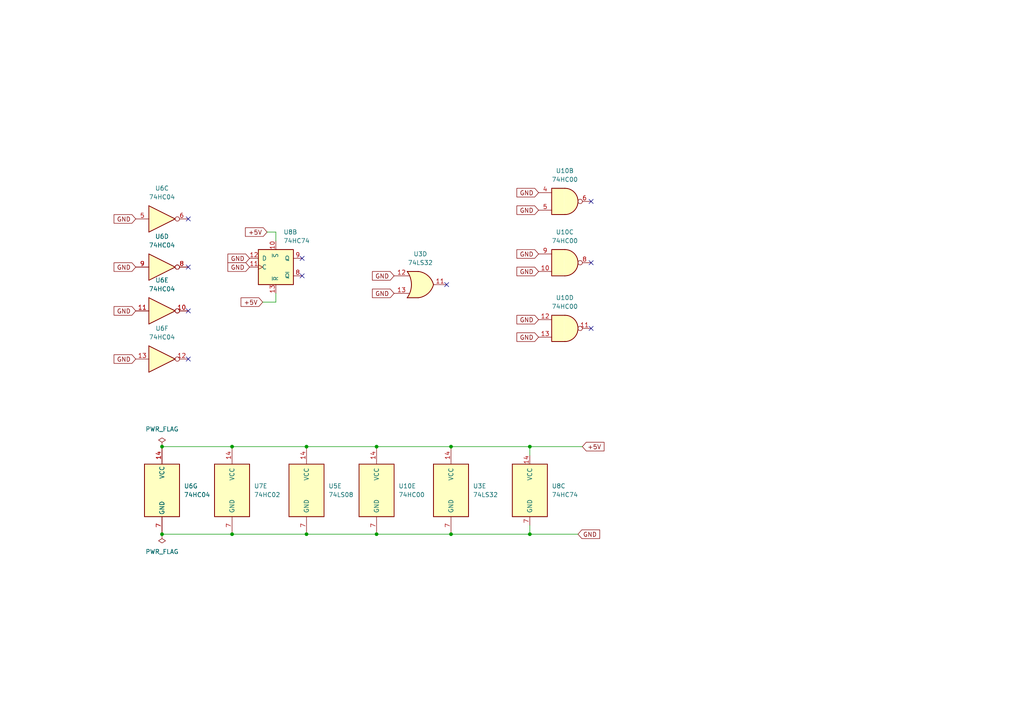
<source format=kicad_sch>
(kicad_sch (version 20231120) (generator "eeschema") (generator_version "8.0")
  (paper "A4")
  (title_block (title "Myth Microcontroller Project") (date "2024-09-21") (rev "1") (company "Picwok.com") (comment 1 "Project Contact: mim@ok-schalter.de (Michael)") (comment 2 "Author: Copyr. 2024 Michael Mangelsdorf/Dosflange@github") (comment 3 "Instruction Decoder Module") (comment 4 "Glue Logic/ Spare Units"))
  (lib_symbols
    (symbol "74xx:74HC00" (pin_names (offset 1.016))
      (property "Reference" "U" (at 0 1.27 0))
      (property "Value" "74HC00" (at 0 -1.27 0))
      (symbol "74HC00_1_1"
        (arc (start 0 -3.81) (mid 3.7934 0) (end 0 3.81) (stroke (width 0.254)) (fill (type background)))
        (polyline (pts (xy 0 3.81) (xy -3.81 3.81) (xy -3.81 -3.81) (xy 0 -3.81)) (stroke (width 0.254)) (fill (type background)))
        (pin input line (at -7.62 2.54 0) (length 3.81) (name "~") (number "1"))
        (pin input line (at -7.62 -2.54 0) (length 3.81) (name "~") (number "2"))
        (pin output inverted (at 7.62 0 180) (length 3.81) (name "~") (number "3"))
      )
      (symbol "74HC00_1_2"
        (arc (start -3.81 -3.81) (mid -2.589 0) (end -3.81 3.81) (stroke (width 0.254)))
        (arc (start -0.6096 -3.81) (mid 2.1842 -2.5851) (end 3.81 0) (stroke (width 0.254)) (fill (type background)))
        (polyline (pts (xy -3.81 -3.81) (xy -0.635 -3.81)) (stroke (width 0.254)) (fill (type background)))
        (polyline (pts (xy -3.81 3.81) (xy -0.635 3.81)) (stroke (width 0.254)) (fill (type background)))
        (polyline (pts (xy -0.635 3.81) (xy -3.81 3.81) (xy -3.81 3.81) (xy -3.556 3.4036) (xy -3.0226 2.2606) (xy -2.6924 1.0414) (xy -2.6162 -0.254) (xy -2.7686 -1.4986) (xy -3.175 -2.7178) (xy -3.81 -3.81) (xy -3.81 -3.81) (xy -0.635 -3.81)) (stroke (width -25.4)) (fill (type background)))
        (arc (start 3.81 0) (mid 2.1915 2.5936) (end -0.6096 3.81) (stroke (width 0.254)) (fill (type background)))
        (pin input inverted (at -7.62 2.54 0) (length 4.318) (name "~") (number "1"))
        (pin input inverted (at -7.62 -2.54 0) (length 4.318) (name "~") (number "2"))
        (pin output line (at 7.62 0 180) (length 3.81) (name "~") (number "3"))
      )
      (symbol "74HC00_2_1"
        (arc (start 0 -3.81) (mid 3.7934 0) (end 0 3.81) (stroke (width 0.254)) (fill (type background)))
        (polyline (pts (xy 0 3.81) (xy -3.81 3.81) (xy -3.81 -3.81) (xy 0 -3.81)) (stroke (width 0.254)) (fill (type background)))
        (pin input line (at -7.62 2.54 0) (length 3.81) (name "~") (number "4"))
        (pin input line (at -7.62 -2.54 0) (length 3.81) (name "~") (number "5"))
        (pin output inverted (at 7.62 0 180) (length 3.81) (name "~") (number "6"))
      )
      (symbol "74HC00_2_2"
        (arc (start -3.81 -3.81) (mid -2.589 0) (end -3.81 3.81) (stroke (width 0.254)))
        (arc (start -0.6096 -3.81) (mid 2.1842 -2.5851) (end 3.81 0) (stroke (width 0.254)) (fill (type background)))
        (polyline (pts (xy -3.81 -3.81) (xy -0.635 -3.81)) (stroke (width 0.254)) (fill (type background)))
        (polyline (pts (xy -3.81 3.81) (xy -0.635 3.81)) (stroke (width 0.254)) (fill (type background)))
        (polyline (pts (xy -0.635 3.81) (xy -3.81 3.81) (xy -3.81 3.81) (xy -3.556 3.4036) (xy -3.0226 2.2606) (xy -2.6924 1.0414) (xy -2.6162 -0.254) (xy -2.7686 -1.4986) (xy -3.175 -2.7178) (xy -3.81 -3.81) (xy -3.81 -3.81) (xy -0.635 -3.81)) (stroke (width -25.4)) (fill (type background)))
        (arc (start 3.81 0) (mid 2.1915 2.5936) (end -0.6096 3.81) (stroke (width 0.254)) (fill (type background)))
        (pin input inverted (at -7.62 2.54 0) (length 4.318) (name "~") (number "4"))
        (pin input inverted (at -7.62 -2.54 0) (length 4.318) (name "~") (number "5"))
        (pin output line (at 7.62 0 180) (length 3.81) (name "~") (number "6"))
      )
      (symbol "74HC00_3_1"
        (arc (start 0 -3.81) (mid 3.7934 0) (end 0 3.81) (stroke (width 0.254)) (fill (type background)))
        (polyline (pts (xy 0 3.81) (xy -3.81 3.81) (xy -3.81 -3.81) (xy 0 -3.81)) (stroke (width 0.254)) (fill (type background)))
        (pin input line (at -7.62 -2.54 0) (length 3.81) (name "~") (number "10"))
        (pin output inverted (at 7.62 0 180) (length 3.81) (name "~") (number "8"))
        (pin input line (at -7.62 2.54 0) (length 3.81) (name "~") (number "9"))
      )
      (symbol "74HC00_3_2"
        (arc (start -3.81 -3.81) (mid -2.589 0) (end -3.81 3.81) (stroke (width 0.254)))
        (arc (start -0.6096 -3.81) (mid 2.1842 -2.5851) (end 3.81 0) (stroke (width 0.254)) (fill (type background)))
        (polyline (pts (xy -3.81 -3.81) (xy -0.635 -3.81)) (stroke (width 0.254)) (fill (type background)))
        (polyline (pts (xy -3.81 3.81) (xy -0.635 3.81)) (stroke (width 0.254)) (fill (type background)))
        (polyline (pts (xy -0.635 3.81) (xy -3.81 3.81) (xy -3.81 3.81) (xy -3.556 3.4036) (xy -3.0226 2.2606) (xy -2.6924 1.0414) (xy -2.6162 -0.254) (xy -2.7686 -1.4986) (xy -3.175 -2.7178) (xy -3.81 -3.81) (xy -3.81 -3.81) (xy -0.635 -3.81)) (stroke (width -25.4)) (fill (type background)))
        (arc (start 3.81 0) (mid 2.1915 2.5936) (end -0.6096 3.81) (stroke (width 0.254)) (fill (type background)))
        (pin input inverted (at -7.62 -2.54 0) (length 4.318) (name "~") (number "10"))
        (pin output line (at 7.62 0 180) (length 3.81) (name "~") (number "8"))
        (pin input inverted (at -7.62 2.54 0) (length 4.318) (name "~") (number "9"))
      )
      (symbol "74HC00_4_1"
        (arc (start 0 -3.81) (mid 3.7934 0) (end 0 3.81) (stroke (width 0.254)) (fill (type background)))
        (polyline (pts (xy 0 3.81) (xy -3.81 3.81) (xy -3.81 -3.81) (xy 0 -3.81)) (stroke (width 0.254)) (fill (type background)))
        (pin output inverted (at 7.62 0 180) (length 3.81) (name "~") (number "11"))
        (pin input line (at -7.62 2.54 0) (length 3.81) (name "~") (number "12"))
        (pin input line (at -7.62 -2.54 0) (length 3.81) (name "~") (number "13"))
      )
      (symbol "74HC00_4_2"
        (arc (start -3.81 -3.81) (mid -2.589 0) (end -3.81 3.81) (stroke (width 0.254)))
        (arc (start -0.6096 -3.81) (mid 2.1842 -2.5851) (end 3.81 0) (stroke (width 0.254)) (fill (type background)))
        (polyline (pts (xy -3.81 -3.81) (xy -0.635 -3.81)) (stroke (width 0.254)) (fill (type background)))
        (polyline (pts (xy -3.81 3.81) (xy -0.635 3.81)) (stroke (width 0.254)) (fill (type background)))
        (polyline (pts (xy -0.635 3.81) (xy -3.81 3.81) (xy -3.81 3.81) (xy -3.556 3.4036) (xy -3.0226 2.2606) (xy -2.6924 1.0414) (xy -2.6162 -0.254) (xy -2.7686 -1.4986) (xy -3.175 -2.7178) (xy -3.81 -3.81) (xy -3.81 -3.81) (xy -0.635 -3.81)) (stroke (width -25.4)) (fill (type background)))
        (arc (start 3.81 0) (mid 2.1915 2.5936) (end -0.6096 3.81) (stroke (width 0.254)) (fill (type background)))
        (pin output line (at 7.62 0 180) (length 3.81) (name "~") (number "11"))
        (pin input inverted (at -7.62 2.54 0) (length 4.318) (name "~") (number "12"))
        (pin input inverted (at -7.62 -2.54 0) (length 4.318) (name "~") (number "13"))
      )
      (symbol "74HC00_5_0"
        (pin power_in line (at 0 12.7 270) (length 5.08) (name "VCC") (number "14"))
        (pin power_in line (at 0 -12.7 90) (length 5.08) (name "GND") (number "7"))
      )
      (symbol "74HC00_5_1"
        (rectangle (start -5.08 7.62) (end 5.08 -7.62) (stroke (width 0.254)) (fill (type background)))
      )
    )
    (symbol "74xx:74HC02" (pin_names (offset 1.016))
      (property "Reference" "U" (at 0 1.27 0))
      (property "Value" "74HC02" (at 0 -1.27 0))
      (symbol "74HC02_1_1"
        (arc (start -3.81 -3.81) (mid -2.589 0) (end -3.81 3.81) (stroke (width 0.254)))
        (arc (start -0.6096 -3.81) (mid 2.1842 -2.5851) (end 3.81 0) (stroke (width 0.254)) (fill (type background)))
        (polyline (pts (xy -3.81 -3.81) (xy -0.635 -3.81)) (stroke (width 0.254)) (fill (type background)))
        (polyline (pts (xy -3.81 3.81) (xy -0.635 3.81)) (stroke (width 0.254)) (fill (type background)))
        (polyline (pts (xy -0.635 3.81) (xy -3.81 3.81) (xy -3.81 3.81) (xy -3.556 3.4036) (xy -3.0226 2.2606) (xy -2.6924 1.0414) (xy -2.6162 -0.254) (xy -2.7686 -1.4986) (xy -3.175 -2.7178) (xy -3.81 -3.81) (xy -3.81 -3.81) (xy -0.635 -3.81)) (stroke (width -25.4)) (fill (type background)))
        (arc (start 3.81 0) (mid 2.1915 2.5936) (end -0.6096 3.81) (stroke (width 0.254)) (fill (type background)))
        (pin output inverted (at 7.62 0 180) (length 3.81) (name "~") (number "1"))
        (pin input line (at -7.62 2.54 0) (length 4.318) (name "~") (number "2"))
        (pin input line (at -7.62 -2.54 0) (length 4.318) (name "~") (number "3"))
      )
      (symbol "74HC02_1_2"
        (arc (start 0 -3.81) (mid 3.7934 0) (end 0 3.81) (stroke (width 0.254)) (fill (type background)))
        (polyline (pts (xy 0 3.81) (xy -3.81 3.81) (xy -3.81 -3.81) (xy 0 -3.81)) (stroke (width 0.254)) (fill (type background)))
        (pin output line (at 7.62 0 180) (length 3.81) (name "~") (number "1"))
        (pin input inverted (at -7.62 2.54 0) (length 3.81) (name "~") (number "2"))
        (pin input inverted (at -7.62 -2.54 0) (length 3.81) (name "~") (number "3"))
      )
      (symbol "74HC02_2_1"
        (arc (start -3.81 -3.81) (mid -2.589 0) (end -3.81 3.81) (stroke (width 0.254)))
        (arc (start -0.6096 -3.81) (mid 2.1842 -2.5851) (end 3.81 0) (stroke (width 0.254)) (fill (type background)))
        (polyline (pts (xy -3.81 -3.81) (xy -0.635 -3.81)) (stroke (width 0.254)) (fill (type background)))
        (polyline (pts (xy -3.81 3.81) (xy -0.635 3.81)) (stroke (width 0.254)) (fill (type background)))
        (polyline (pts (xy -0.635 3.81) (xy -3.81 3.81) (xy -3.81 3.81) (xy -3.556 3.4036) (xy -3.0226 2.2606) (xy -2.6924 1.0414) (xy -2.6162 -0.254) (xy -2.7686 -1.4986) (xy -3.175 -2.7178) (xy -3.81 -3.81) (xy -3.81 -3.81) (xy -0.635 -3.81)) (stroke (width -25.4)) (fill (type background)))
        (arc (start 3.81 0) (mid 2.1915 2.5936) (end -0.6096 3.81) (stroke (width 0.254)) (fill (type background)))
        (pin output inverted (at 7.62 0 180) (length 3.81) (name "~") (number "4"))
        (pin input line (at -7.62 2.54 0) (length 4.318) (name "~") (number "5"))
        (pin input line (at -7.62 -2.54 0) (length 4.318) (name "~") (number "6"))
      )
      (symbol "74HC02_2_2"
        (arc (start 0 -3.81) (mid 3.7934 0) (end 0 3.81) (stroke (width 0.254)) (fill (type background)))
        (polyline (pts (xy 0 3.81) (xy -3.81 3.81) (xy -3.81 -3.81) (xy 0 -3.81)) (stroke (width 0.254)) (fill (type background)))
        (pin output line (at 7.62 0 180) (length 3.81) (name "~") (number "4"))
        (pin input inverted (at -7.62 2.54 0) (length 3.81) (name "~") (number "5"))
        (pin input inverted (at -7.62 -2.54 0) (length 3.81) (name "~") (number "6"))
      )
      (symbol "74HC02_3_1"
        (arc (start -3.81 -3.81) (mid -2.589 0) (end -3.81 3.81) (stroke (width 0.254)))
        (arc (start -0.6096 -3.81) (mid 2.1842 -2.5851) (end 3.81 0) (stroke (width 0.254)) (fill (type background)))
        (polyline (pts (xy -3.81 -3.81) (xy -0.635 -3.81)) (stroke (width 0.254)) (fill (type background)))
        (polyline (pts (xy -3.81 3.81) (xy -0.635 3.81)) (stroke (width 0.254)) (fill (type background)))
        (polyline (pts (xy -0.635 3.81) (xy -3.81 3.81) (xy -3.81 3.81) (xy -3.556 3.4036) (xy -3.0226 2.2606) (xy -2.6924 1.0414) (xy -2.6162 -0.254) (xy -2.7686 -1.4986) (xy -3.175 -2.7178) (xy -3.81 -3.81) (xy -3.81 -3.81) (xy -0.635 -3.81)) (stroke (width -25.4)) (fill (type background)))
        (arc (start 3.81 0) (mid 2.1915 2.5936) (end -0.6096 3.81) (stroke (width 0.254)) (fill (type background)))
        (pin output inverted (at 7.62 0 180) (length 3.81) (name "~") (number "10"))
        (pin input line (at -7.62 2.54 0) (length 4.318) (name "~") (number "8"))
        (pin input line (at -7.62 -2.54 0) (length 4.318) (name "~") (number "9"))
      )
      (symbol "74HC02_3_2"
        (arc (start 0 -3.81) (mid 3.7934 0) (end 0 3.81) (stroke (width 0.254)) (fill (type background)))
        (polyline (pts (xy 0 3.81) (xy -3.81 3.81) (xy -3.81 -3.81) (xy 0 -3.81)) (stroke (width 0.254)) (fill (type background)))
        (pin output line (at 7.62 0 180) (length 3.81) (name "~") (number "10"))
        (pin input inverted (at -7.62 2.54 0) (length 3.81) (name "~") (number "8"))
        (pin input inverted (at -7.62 -2.54 0) (length 3.81) (name "~") (number "9"))
      )
      (symbol "74HC02_4_1"
        (arc (start -3.81 -3.81) (mid -2.589 0) (end -3.81 3.81) (stroke (width 0.254)))
        (arc (start -0.6096 -3.81) (mid 2.1842 -2.5851) (end 3.81 0) (stroke (width 0.254)) (fill (type background)))
        (polyline (pts (xy -3.81 -3.81) (xy -0.635 -3.81)) (stroke (width 0.254)) (fill (type background)))
        (polyline (pts (xy -3.81 3.81) (xy -0.635 3.81)) (stroke (width 0.254)) (fill (type background)))
        (polyline (pts (xy -0.635 3.81) (xy -3.81 3.81) (xy -3.81 3.81) (xy -3.556 3.4036) (xy -3.0226 2.2606) (xy -2.6924 1.0414) (xy -2.6162 -0.254) (xy -2.7686 -1.4986) (xy -3.175 -2.7178) (xy -3.81 -3.81) (xy -3.81 -3.81) (xy -0.635 -3.81)) (stroke (width -25.4)) (fill (type background)))
        (arc (start 3.81 0) (mid 2.1915 2.5936) (end -0.6096 3.81) (stroke (width 0.254)) (fill (type background)))
        (pin input line (at -7.62 2.54 0) (length 4.318) (name "~") (number "11"))
        (pin input line (at -7.62 -2.54 0) (length 4.318) (name "~") (number "12"))
        (pin output inverted (at 7.62 0 180) (length 3.81) (name "~") (number "13"))
      )
      (symbol "74HC02_4_2"
        (arc (start 0 -3.81) (mid 3.7934 0) (end 0 3.81) (stroke (width 0.254)) (fill (type background)))
        (polyline (pts (xy 0 3.81) (xy -3.81 3.81) (xy -3.81 -3.81) (xy 0 -3.81)) (stroke (width 0.254)) (fill (type background)))
        (pin input inverted (at -7.62 2.54 0) (length 3.81) (name "~") (number "11"))
        (pin input inverted (at -7.62 -2.54 0) (length 3.81) (name "~") (number "12"))
        (pin output line (at 7.62 0 180) (length 3.81) (name "~") (number "13"))
      )
      (symbol "74HC02_5_0"
        (pin power_in line (at 0 12.7 270) (length 5.08) (name "VCC") (number "14"))
        (pin power_in line (at 0 -12.7 90) (length 5.08) (name "GND") (number "7"))
      )
      (symbol "74HC02_5_1"
        (rectangle (start -5.08 7.62) (end 5.08 -7.62) (stroke (width 0.254)) (fill (type background)))
      )
    )
    (symbol "74xx:74HC04"
      (property "Reference" "U" (at 0 1.27 0))
      (property "Value" "74HC04" (at 0 -1.27 0))
      (symbol "74HC04_1_0"
        (polyline (pts (xy -3.81 3.81) (xy -3.81 -3.81) (xy 3.81 0) (xy -3.81 3.81)) (stroke (width 0.254)) (fill (type background)))
        (pin input line (at -7.62 0 0) (length 3.81) (name "~") (number "1"))
        (pin output inverted (at 7.62 0 180) (length 3.81) (name "~") (number "2"))
      )
      (symbol "74HC04_2_0"
        (polyline (pts (xy -3.81 3.81) (xy -3.81 -3.81) (xy 3.81 0) (xy -3.81 3.81)) (stroke (width 0.254)) (fill (type background)))
        (pin input line (at -7.62 0 0) (length 3.81) (name "~") (number "3"))
        (pin output inverted (at 7.62 0 180) (length 3.81) (name "~") (number "4"))
      )
      (symbol "74HC04_3_0"
        (polyline (pts (xy -3.81 3.81) (xy -3.81 -3.81) (xy 3.81 0) (xy -3.81 3.81)) (stroke (width 0.254)) (fill (type background)))
        (pin input line (at -7.62 0 0) (length 3.81) (name "~") (number "5"))
        (pin output inverted (at 7.62 0 180) (length 3.81) (name "~") (number "6"))
      )
      (symbol "74HC04_4_0"
        (polyline (pts (xy -3.81 3.81) (xy -3.81 -3.81) (xy 3.81 0) (xy -3.81 3.81)) (stroke (width 0.254)) (fill (type background)))
        (pin output inverted (at 7.62 0 180) (length 3.81) (name "~") (number "8"))
        (pin input line (at -7.62 0 0) (length 3.81) (name "~") (number "9"))
      )
      (symbol "74HC04_5_0"
        (polyline (pts (xy -3.81 3.81) (xy -3.81 -3.81) (xy 3.81 0) (xy -3.81 3.81)) (stroke (width 0.254)) (fill (type background)))
        (pin output inverted (at 7.62 0 180) (length 3.81) (name "~") (number "10"))
        (pin input line (at -7.62 0 0) (length 3.81) (name "~") (number "11"))
      )
      (symbol "74HC04_6_0"
        (polyline (pts (xy -3.81 3.81) (xy -3.81 -3.81) (xy 3.81 0) (xy -3.81 3.81)) (stroke (width 0.254)) (fill (type background)))
        (pin output inverted (at 7.62 0 180) (length 3.81) (name "~") (number "12"))
        (pin input line (at -7.62 0 0) (length 3.81) (name "~") (number "13"))
      )
      (symbol "74HC04_7_0"
        (pin power_in line (at 0 12.7 270) (length 5.08) (name "VCC") (number "14"))
        (pin power_in line (at 0 -12.7 90) (length 5.08) (name "GND") (number "7"))
      )
      (symbol "74HC04_7_1"
        (rectangle (start -5.08 7.62) (end 5.08 -7.62) (stroke (width 0.254)) (fill (type background)))
      )
    )
    (symbol "74xx:74HC74" (pin_names (offset 1.016))
      (property "Reference" "U" (at -7.62 8.89 0))
      (property "Value" "74HC74" (at -7.62 -8.89 0))
      (symbol "74HC74_1_0"
        (pin input line (at 0 -7.62 90) (length 2.54) (name "~{R}") (number "1"))
        (pin input line (at -7.62 2.54 0) (length 2.54) (name "D") (number "2"))
        (pin input clock (at -7.62 0 0) (length 2.54) (name "C") (number "3"))
        (pin input line (at 0 7.62 270) (length 2.54) (name "~{S}") (number "4"))
        (pin output line (at 7.62 2.54 180) (length 2.54) (name "Q") (number "5"))
        (pin output line (at 7.62 -2.54 180) (length 2.54) (name "~{Q}") (number "6"))
      )
      (symbol "74HC74_1_1"
        (rectangle (start -5.08 5.08) (end 5.08 -5.08) (stroke (width 0.254)) (fill (type background)))
      )
      (symbol "74HC74_2_0"
        (pin input line (at 0 7.62 270) (length 2.54) (name "~{S}") (number "10"))
        (pin input clock (at -7.62 0 0) (length 2.54) (name "C") (number "11"))
        (pin input line (at -7.62 2.54 0) (length 2.54) (name "D") (number "12"))
        (pin input line (at 0 -7.62 90) (length 2.54) (name "~{R}") (number "13"))
        (pin output line (at 7.62 -2.54 180) (length 2.54) (name "~{Q}") (number "8"))
        (pin output line (at 7.62 2.54 180) (length 2.54) (name "Q") (number "9"))
      )
      (symbol "74HC74_2_1"
        (rectangle (start -5.08 5.08) (end 5.08 -5.08) (stroke (width 0.254)) (fill (type background)))
      )
      (symbol "74HC74_3_0"
        (pin power_in line (at 0 10.16 270) (length 2.54) (name "VCC") (number "14"))
        (pin power_in line (at 0 -10.16 90) (length 2.54) (name "GND") (number "7"))
      )
      (symbol "74HC74_3_1"
        (rectangle (start -5.08 7.62) (end 5.08 -7.62) (stroke (width 0.254)) (fill (type background)))
      )
    )
    (symbol "74xx:74LS08" (pin_names (offset 1.016))
      (property "Reference" "U" (at 0 1.27 0))
      (property "Value" "74LS08" (at 0 -1.27 0))
      (symbol "74LS08_1_1"
        (arc (start 0 -3.81) (mid 3.7934 0) (end 0 3.81) (stroke (width 0.254)) (fill (type background)))
        (polyline (pts (xy 0 3.81) (xy -3.81 3.81) (xy -3.81 -3.81) (xy 0 -3.81)) (stroke (width 0.254)) (fill (type background)))
        (pin input line (at -7.62 2.54 0) (length 3.81) (name "~") (number "1"))
        (pin input line (at -7.62 -2.54 0) (length 3.81) (name "~") (number "2"))
        (pin output line (at 7.62 0 180) (length 3.81) (name "~") (number "3"))
      )
      (symbol "74LS08_1_2"
        (arc (start -3.81 -3.81) (mid -2.589 0) (end -3.81 3.81) (stroke (width 0.254)))
        (arc (start -0.6096 -3.81) (mid 2.1855 -2.584) (end 3.81 0) (stroke (width 0.254)) (fill (type background)))
        (polyline (pts (xy -3.81 -3.81) (xy -0.635 -3.81)) (stroke (width 0.254)) (fill (type background)))
        (polyline (pts (xy -3.81 3.81) (xy -0.635 3.81)) (stroke (width 0.254)) (fill (type background)))
        (polyline (pts (xy -0.635 3.81) (xy -3.81 3.81) (xy -3.81 3.81) (xy -3.556 3.4036) (xy -3.0226 2.2606) (xy -2.6924 1.0414) (xy -2.6162 -0.254) (xy -2.7686 -1.4986) (xy -3.175 -2.7178) (xy -3.81 -3.81) (xy -3.81 -3.81) (xy -0.635 -3.81)) (stroke (width -25.4)) (fill (type background)))
        (arc (start 3.81 0) (mid 2.1928 2.5925) (end -0.6096 3.81) (stroke (width 0.254)) (fill (type background)))
        (pin input inverted (at -7.62 2.54 0) (length 4.318) (name "~") (number "1"))
        (pin input inverted (at -7.62 -2.54 0) (length 4.318) (name "~") (number "2"))
        (pin output inverted (at 7.62 0 180) (length 3.81) (name "~") (number "3"))
      )
      (symbol "74LS08_2_1"
        (arc (start 0 -3.81) (mid 3.7934 0) (end 0 3.81) (stroke (width 0.254)) (fill (type background)))
        (polyline (pts (xy 0 3.81) (xy -3.81 3.81) (xy -3.81 -3.81) (xy 0 -3.81)) (stroke (width 0.254)) (fill (type background)))
        (pin input line (at -7.62 2.54 0) (length 3.81) (name "~") (number "4"))
        (pin input line (at -7.62 -2.54 0) (length 3.81) (name "~") (number "5"))
        (pin output line (at 7.62 0 180) (length 3.81) (name "~") (number "6"))
      )
      (symbol "74LS08_2_2"
        (arc (start -3.81 -3.81) (mid -2.589 0) (end -3.81 3.81) (stroke (width 0.254)))
        (arc (start -0.6096 -3.81) (mid 2.1855 -2.584) (end 3.81 0) (stroke (width 0.254)) (fill (type background)))
        (polyline (pts (xy -3.81 -3.81) (xy -0.635 -3.81)) (stroke (width 0.254)) (fill (type background)))
        (polyline (pts (xy -3.81 3.81) (xy -0.635 3.81)) (stroke (width 0.254)) (fill (type background)))
        (polyline (pts (xy -0.635 3.81) (xy -3.81 3.81) (xy -3.81 3.81) (xy -3.556 3.4036) (xy -3.0226 2.2606) (xy -2.6924 1.0414) (xy -2.6162 -0.254) (xy -2.7686 -1.4986) (xy -3.175 -2.7178) (xy -3.81 -3.81) (xy -3.81 -3.81) (xy -0.635 -3.81)) (stroke (width -25.4)) (fill (type background)))
        (arc (start 3.81 0) (mid 2.1928 2.5925) (end -0.6096 3.81) (stroke (width 0.254)) (fill (type background)))
        (pin input inverted (at -7.62 2.54 0) (length 4.318) (name "~") (number "4"))
        (pin input inverted (at -7.62 -2.54 0) (length 4.318) (name "~") (number "5"))
        (pin output inverted (at 7.62 0 180) (length 3.81) (name "~") (number "6"))
      )
      (symbol "74LS08_3_1"
        (arc (start 0 -3.81) (mid 3.7934 0) (end 0 3.81) (stroke (width 0.254)) (fill (type background)))
        (polyline (pts (xy 0 3.81) (xy -3.81 3.81) (xy -3.81 -3.81) (xy 0 -3.81)) (stroke (width 0.254)) (fill (type background)))
        (pin input line (at -7.62 -2.54 0) (length 3.81) (name "~") (number "10"))
        (pin output line (at 7.62 0 180) (length 3.81) (name "~") (number "8"))
        (pin input line (at -7.62 2.54 0) (length 3.81) (name "~") (number "9"))
      )
      (symbol "74LS08_3_2"
        (arc (start -3.81 -3.81) (mid -2.589 0) (end -3.81 3.81) (stroke (width 0.254)))
        (arc (start -0.6096 -3.81) (mid 2.1855 -2.584) (end 3.81 0) (stroke (width 0.254)) (fill (type background)))
        (polyline (pts (xy -3.81 -3.81) (xy -0.635 -3.81)) (stroke (width 0.254)) (fill (type background)))
        (polyline (pts (xy -3.81 3.81) (xy -0.635 3.81)) (stroke (width 0.254)) (fill (type background)))
        (polyline (pts (xy -0.635 3.81) (xy -3.81 3.81) (xy -3.81 3.81) (xy -3.556 3.4036) (xy -3.0226 2.2606) (xy -2.6924 1.0414) (xy -2.6162 -0.254) (xy -2.7686 -1.4986) (xy -3.175 -2.7178) (xy -3.81 -3.81) (xy -3.81 -3.81) (xy -0.635 -3.81)) (stroke (width -25.4)) (fill (type background)))
        (arc (start 3.81 0) (mid 2.1928 2.5925) (end -0.6096 3.81) (stroke (width 0.254)) (fill (type background)))
        (pin input inverted (at -7.62 -2.54 0) (length 4.318) (name "~") (number "10"))
        (pin output inverted (at 7.62 0 180) (length 3.81) (name "~") (number "8"))
        (pin input inverted (at -7.62 2.54 0) (length 4.318) (name "~") (number "9"))
      )
      (symbol "74LS08_4_1"
        (arc (start 0 -3.81) (mid 3.7934 0) (end 0 3.81) (stroke (width 0.254)) (fill (type background)))
        (polyline (pts (xy 0 3.81) (xy -3.81 3.81) (xy -3.81 -3.81) (xy 0 -3.81)) (stroke (width 0.254)) (fill (type background)))
        (pin output line (at 7.62 0 180) (length 3.81) (name "~") (number "11"))
        (pin input line (at -7.62 2.54 0) (length 3.81) (name "~") (number "12"))
        (pin input line (at -7.62 -2.54 0) (length 3.81) (name "~") (number "13"))
      )
      (symbol "74LS08_4_2"
        (arc (start -3.81 -3.81) (mid -2.589 0) (end -3.81 3.81) (stroke (width 0.254)))
        (arc (start -0.6096 -3.81) (mid 2.1855 -2.584) (end 3.81 0) (stroke (width 0.254)) (fill (type background)))
        (polyline (pts (xy -3.81 -3.81) (xy -0.635 -3.81)) (stroke (width 0.254)) (fill (type background)))
        (polyline (pts (xy -3.81 3.81) (xy -0.635 3.81)) (stroke (width 0.254)) (fill (type background)))
        (polyline (pts (xy -0.635 3.81) (xy -3.81 3.81) (xy -3.81 3.81) (xy -3.556 3.4036) (xy -3.0226 2.2606) (xy -2.6924 1.0414) (xy -2.6162 -0.254) (xy -2.7686 -1.4986) (xy -3.175 -2.7178) (xy -3.81 -3.81) (xy -3.81 -3.81) (xy -0.635 -3.81)) (stroke (width -25.4)) (fill (type background)))
        (arc (start 3.81 0) (mid 2.1928 2.5925) (end -0.6096 3.81) (stroke (width 0.254)) (fill (type background)))
        (pin output inverted (at 7.62 0 180) (length 3.81) (name "~") (number "11"))
        (pin input inverted (at -7.62 2.54 0) (length 4.318) (name "~") (number "12"))
        (pin input inverted (at -7.62 -2.54 0) (length 4.318) (name "~") (number "13"))
      )
      (symbol "74LS08_5_0"
        (pin power_in line (at 0 12.7 270) (length 5.08) (name "VCC") (number "14"))
        (pin power_in line (at 0 -12.7 90) (length 5.08) (name "GND") (number "7"))
      )
      (symbol "74LS08_5_1"
        (rectangle (start -5.08 7.62) (end 5.08 -7.62) (stroke (width 0.254)) (fill (type background)))
      )
    )
    (symbol "74xx:74LS32" (pin_names (offset 1.016))
      (property "Reference" "U" (at 0 1.27 0))
      (property "Value" "74LS32" (at 0 -1.27 0))
      (symbol "74LS32_1_1"
        (arc (start -3.81 -3.81) (mid -2.589 0) (end -3.81 3.81) (stroke (width 0.254)))
        (arc (start -0.6096 -3.81) (mid 2.1855 -2.584) (end 3.81 0) (stroke (width 0.254)) (fill (type background)))
        (polyline (pts (xy -3.81 -3.81) (xy -0.635 -3.81)) (stroke (width 0.254)) (fill (type background)))
        (polyline (pts (xy -3.81 3.81) (xy -0.635 3.81)) (stroke (width 0.254)) (fill (type background)))
        (polyline (pts (xy -0.635 3.81) (xy -3.81 3.81) (xy -3.81 3.81) (xy -3.556 3.4036) (xy -3.0226 2.2606) (xy -2.6924 1.0414) (xy -2.6162 -0.254) (xy -2.7686 -1.4986) (xy -3.175 -2.7178) (xy -3.81 -3.81) (xy -3.81 -3.81) (xy -0.635 -3.81)) (stroke (width -25.4)) (fill (type background)))
        (arc (start 3.81 0) (mid 2.1928 2.5925) (end -0.6096 3.81) (stroke (width 0.254)) (fill (type background)))
        (pin input line (at -7.62 2.54 0) (length 4.318) (name "~") (number "1"))
        (pin input line (at -7.62 -2.54 0) (length 4.318) (name "~") (number "2"))
        (pin output line (at 7.62 0 180) (length 3.81) (name "~") (number "3"))
      )
      (symbol "74LS32_1_2"
        (arc (start 0 -3.81) (mid 3.7934 0) (end 0 3.81) (stroke (width 0.254)) (fill (type background)))
        (polyline (pts (xy 0 3.81) (xy -3.81 3.81) (xy -3.81 -3.81) (xy 0 -3.81)) (stroke (width 0.254)) (fill (type background)))
        (pin input inverted (at -7.62 2.54 0) (length 3.81) (name "~") (number "1"))
        (pin input inverted (at -7.62 -2.54 0) (length 3.81) (name "~") (number "2"))
        (pin output inverted (at 7.62 0 180) (length 3.81) (name "~") (number "3"))
      )
      (symbol "74LS32_2_1"
        (arc (start -3.81 -3.81) (mid -2.589 0) (end -3.81 3.81) (stroke (width 0.254)))
        (arc (start -0.6096 -3.81) (mid 2.1855 -2.584) (end 3.81 0) (stroke (width 0.254)) (fill (type background)))
        (polyline (pts (xy -3.81 -3.81) (xy -0.635 -3.81)) (stroke (width 0.254)) (fill (type background)))
        (polyline (pts (xy -3.81 3.81) (xy -0.635 3.81)) (stroke (width 0.254)) (fill (type background)))
        (polyline (pts (xy -0.635 3.81) (xy -3.81 3.81) (xy -3.81 3.81) (xy -3.556 3.4036) (xy -3.0226 2.2606) (xy -2.6924 1.0414) (xy -2.6162 -0.254) (xy -2.7686 -1.4986) (xy -3.175 -2.7178) (xy -3.81 -3.81) (xy -3.81 -3.81) (xy -0.635 -3.81)) (stroke (width -25.4)) (fill (type background)))
        (arc (start 3.81 0) (mid 2.1928 2.5925) (end -0.6096 3.81) (stroke (width 0.254)) (fill (type background)))
        (pin input line (at -7.62 2.54 0) (length 4.318) (name "~") (number "4"))
        (pin input line (at -7.62 -2.54 0) (length 4.318) (name "~") (number "5"))
        (pin output line (at 7.62 0 180) (length 3.81) (name "~") (number "6"))
      )
      (symbol "74LS32_2_2"
        (arc (start 0 -3.81) (mid 3.7934 0) (end 0 3.81) (stroke (width 0.254)) (fill (type background)))
        (polyline (pts (xy 0 3.81) (xy -3.81 3.81) (xy -3.81 -3.81) (xy 0 -3.81)) (stroke (width 0.254)) (fill (type background)))
        (pin input inverted (at -7.62 2.54 0) (length 3.81) (name "~") (number "4"))
        (pin input inverted (at -7.62 -2.54 0) (length 3.81) (name "~") (number "5"))
        (pin output inverted (at 7.62 0 180) (length 3.81) (name "~") (number "6"))
      )
      (symbol "74LS32_3_1"
        (arc (start -3.81 -3.81) (mid -2.589 0) (end -3.81 3.81) (stroke (width 0.254)))
        (arc (start -0.6096 -3.81) (mid 2.1855 -2.584) (end 3.81 0) (stroke (width 0.254)) (fill (type background)))
        (polyline (pts (xy -3.81 -3.81) (xy -0.635 -3.81)) (stroke (width 0.254)) (fill (type background)))
        (polyline (pts (xy -3.81 3.81) (xy -0.635 3.81)) (stroke (width 0.254)) (fill (type background)))
        (polyline (pts (xy -0.635 3.81) (xy -3.81 3.81) (xy -3.81 3.81) (xy -3.556 3.4036) (xy -3.0226 2.2606) (xy -2.6924 1.0414) (xy -2.6162 -0.254) (xy -2.7686 -1.4986) (xy -3.175 -2.7178) (xy -3.81 -3.81) (xy -3.81 -3.81) (xy -0.635 -3.81)) (stroke (width -25.4)) (fill (type background)))
        (arc (start 3.81 0) (mid 2.1928 2.5925) (end -0.6096 3.81) (stroke (width 0.254)) (fill (type background)))
        (pin input line (at -7.62 -2.54 0) (length 4.318) (name "~") (number "10"))
        (pin output line (at 7.62 0 180) (length 3.81) (name "~") (number "8"))
        (pin input line (at -7.62 2.54 0) (length 4.318) (name "~") (number "9"))
      )
      (symbol "74LS32_3_2"
        (arc (start 0 -3.81) (mid 3.7934 0) (end 0 3.81) (stroke (width 0.254)) (fill (type background)))
        (polyline (pts (xy 0 3.81) (xy -3.81 3.81) (xy -3.81 -3.81) (xy 0 -3.81)) (stroke (width 0.254)) (fill (type background)))
        (pin input inverted (at -7.62 -2.54 0) (length 3.81) (name "~") (number "10"))
        (pin output inverted (at 7.62 0 180) (length 3.81) (name "~") (number "8"))
        (pin input inverted (at -7.62 2.54 0) (length 3.81) (name "~") (number "9"))
      )
      (symbol "74LS32_4_1"
        (arc (start -3.81 -3.81) (mid -2.589 0) (end -3.81 3.81) (stroke (width 0.254)))
        (arc (start -0.6096 -3.81) (mid 2.1855 -2.584) (end 3.81 0) (stroke (width 0.254)) (fill (type background)))
        (polyline (pts (xy -3.81 -3.81) (xy -0.635 -3.81)) (stroke (width 0.254)) (fill (type background)))
        (polyline (pts (xy -3.81 3.81) (xy -0.635 3.81)) (stroke (width 0.254)) (fill (type background)))
        (polyline (pts (xy -0.635 3.81) (xy -3.81 3.81) (xy -3.81 3.81) (xy -3.556 3.4036) (xy -3.0226 2.2606) (xy -2.6924 1.0414) (xy -2.6162 -0.254) (xy -2.7686 -1.4986) (xy -3.175 -2.7178) (xy -3.81 -3.81) (xy -3.81 -3.81) (xy -0.635 -3.81)) (stroke (width -25.4)) (fill (type background)))
        (arc (start 3.81 0) (mid 2.1928 2.5925) (end -0.6096 3.81) (stroke (width 0.254)) (fill (type background)))
        (pin output line (at 7.62 0 180) (length 3.81) (name "~") (number "11"))
        (pin input line (at -7.62 2.54 0) (length 4.318) (name "~") (number "12"))
        (pin input line (at -7.62 -2.54 0) (length 4.318) (name "~") (number "13"))
      )
      (symbol "74LS32_4_2"
        (arc (start 0 -3.81) (mid 3.7934 0) (end 0 3.81) (stroke (width 0.254)) (fill (type background)))
        (polyline (pts (xy 0 3.81) (xy -3.81 3.81) (xy -3.81 -3.81) (xy 0 -3.81)) (stroke (width 0.254)) (fill (type background)))
        (pin output inverted (at 7.62 0 180) (length 3.81) (name "~") (number "11"))
        (pin input inverted (at -7.62 2.54 0) (length 3.81) (name "~") (number "12"))
        (pin input inverted (at -7.62 -2.54 0) (length 3.81) (name "~") (number "13"))
      )
      (symbol "74LS32_5_0"
        (pin power_in line (at 0 12.7 270) (length 5.08) (name "VCC") (number "14"))
        (pin power_in line (at 0 -12.7 90) (length 5.08) (name "GND") (number "7"))
      )
      (symbol "74LS32_5_1"
        (rectangle (start -5.08 7.62) (end 5.08 -7.62) (stroke (width 0.254)) (fill (type background)))
      )
    )
    (symbol "power:PWR_FLAG" (power) (pin_numbers hide) (pin_names (offset 0) hide)
      (property "Value" "PWR_FLAG" (at 0 3.81 0))
      (symbol "PWR_FLAG_0_0"
        (pin power_out line (at 0 0 90) (length 0) (name "~") (number "1"))
      )
      (symbol "PWR_FLAG_0_1"
        (polyline (pts (xy 0 0) (xy 0 1.27) (xy -1.016 1.905) (xy 0 2.54) (xy 1.016 1.905) (xy 0 1.27)))
      )
    )
  )
  (junction (at 88.9 129.54))
  (junction (at 153.67 154.94))
  (junction (at 67.31 154.94))
  (junction (at 46.99 129.54))
  (junction (at 109.22 129.54))
  (junction (at 130.81 129.54))
  (junction (at 67.31 129.54))
  (junction (at 88.9 154.94))
  (junction (at 109.22 154.94))
  (junction (at 46.99 154.94))
  (junction (at 130.81 154.94))
  (junction (at 153.67 129.54))
  (no_connect (at 171.45 76.2))
  (no_connect (at 54.61 90.17))
  (no_connect (at 87.63 74.93))
  (no_connect (at 54.61 77.47))
  (no_connect (at 171.45 95.25))
  (no_connect (at 54.61 63.5))
  (no_connect (at 129.54 82.55))
  (no_connect (at 54.61 104.14))
  (no_connect (at 87.63 80.01))
  (no_connect (at 171.45 58.42))
  (wire (pts (xy 46.99 154.94) (xy 67.31 154.94)))
  (wire (pts (xy 46.99 129.54) (xy 67.31 129.54)))
  (wire (pts (xy 153.67 152.4) (xy 153.67 154.94)))
  (wire (pts (xy 130.81 154.94) (xy 153.67 154.94)))
  (wire (pts (xy 88.9 129.54) (xy 109.22 129.54)))
  (wire (pts (xy 130.81 129.54) (xy 153.67 129.54)))
  (wire (pts (xy 80.01 67.31) (xy 80.01 69.85)))
  (wire (pts (xy 153.67 129.54) (xy 168.91 129.54)))
  (wire (pts (xy 76.2 87.63) (xy 80.01 87.63)))
  (wire (pts (xy 109.22 154.94) (xy 130.81 154.94)))
  (wire (pts (xy 80.01 85.09) (xy 80.01 87.63)))
  (wire (pts (xy 67.31 154.94) (xy 88.9 154.94)))
  (wire (pts (xy 153.67 129.54) (xy 153.67 132.08)))
  (wire (pts (xy 67.31 129.54) (xy 88.9 129.54)))
  (wire (pts (xy 109.22 129.54) (xy 130.81 129.54)))
  (wire (pts (xy 88.9 154.94) (xy 109.22 154.94)))
  (wire (pts (xy 153.67 154.94) (xy 167.64 154.94)))
  (wire (pts (xy 77.47 67.31) (xy 80.01 67.31)))
  (global_label "GND" (shape input) (at 72.39 74.93 180) (property "Intersheetrefs" "${INTERSHEET_REFS}" (effects (hide yes))))
  (global_label "GND" (shape input) (at 156.21 73.66 180) (property "Intersheetrefs" "${INTERSHEET_REFS}" (effects (hide yes))))
  (global_label "GND" (shape input) (at 167.64 154.94 0) (property "Intersheetrefs" "${INTERSHEET_REFS}" (effects (hide yes))))
  (global_label "+5V" (shape input) (at 76.2 87.63 180) (property "Intersheetrefs" "${INTERSHEET_REFS}" (effects (hide yes))))
  (global_label "GND" (shape input) (at 114.3 80.01 180) (property "Intersheetrefs" "${INTERSHEET_REFS}" (effects (hide yes))))
  (global_label "+5V" (shape input) (at 168.91 129.54 0) (property "Intersheetrefs" "${INTERSHEET_REFS}" (effects (hide yes))))
  (global_label "GND" (shape input) (at 156.21 60.96 180) (property "Intersheetrefs" "${INTERSHEET_REFS}" (effects (hide yes))))
  (global_label "GND" (shape input) (at 114.3 85.09 180) (property "Intersheetrefs" "${INTERSHEET_REFS}" (effects (hide yes))))
  (global_label "GND" (shape input) (at 156.21 78.74 180) (property "Intersheetrefs" "${INTERSHEET_REFS}" (effects (hide yes))))
  (global_label "GND" (shape input) (at 156.21 92.71 180) (property "Intersheetrefs" "${INTERSHEET_REFS}" (effects (hide yes))))
  (global_label "GND" (shape input) (at 39.37 104.14 180) (property "Intersheetrefs" "${INTERSHEET_REFS}" (effects (hide yes))))
  (global_label "GND" (shape input) (at 156.21 97.79 180) (property "Intersheetrefs" "${INTERSHEET_REFS}" (effects (hide yes))))
  (global_label "GND" (shape input) (at 39.37 63.5 180) (property "Intersheetrefs" "${INTERSHEET_REFS}" (effects (hide yes))))
  (global_label "GND" (shape input) (at 72.39 77.47 180) (property "Intersheetrefs" "${INTERSHEET_REFS}" (effects (hide yes))))
  (global_label "GND" (shape input) (at 39.37 77.47 180) (property "Intersheetrefs" "${INTERSHEET_REFS}" (effects (hide yes))))
  (global_label "GND" (shape input) (at 156.21 55.88 180) (property "Intersheetrefs" "${INTERSHEET_REFS}" (effects (hide yes))))
  (global_label "+5V" (shape input) (at 77.47 67.31 180) (property "Intersheetrefs" "${INTERSHEET_REFS}" (effects (hide yes))))
  (global_label "GND" (shape input) (at 39.37 90.17 180) (property "Intersheetrefs" "${INTERSHEET_REFS}" (effects (hide yes))))
  (symbol (lib_id "74xx:74HC00") (at 163.83 58.42 0) (unit 2)
    (property "Reference" "U10" (at 163.8217 49.53 0))
    (property "Value" "74HC00" (at 163.8217 52.07 0))
    (property "Datasheet" "http://www.ti.com/lit/gpn/sn74hc00" (effects (hide yes)))
    (property "Description" "quad 2-input NAND gate" (effects (hide yes)))
  )
  (symbol (lib_id "74xx:74LS08") (at 88.9 142.24 0) (unit 5)
    (property "Reference" "U5" (at 95.25 140.9699 0) (effects (justify left)))
    (property "Value" "74LS08" (at 95.25 143.5099 0) (effects (justify left)))
    (property "Datasheet" "http://www.ti.com/lit/gpn/sn74LS08" (effects (hide yes)))
    (property "Description" "Quad And2" (effects (hide yes)))
  )
  (symbol (lib_id "power:PWR_FLAG") (at 46.99 154.94 180) (unit 1)
    (property "Reference" "#FLG02" (effects (hide yes)))
    (property "Value" "PWR_FLAG" (at 46.99 160.02 0))
    (property "Description" "Special symbol for telling ERC where power comes from" (effects (hide yes)))
  )
  (symbol (lib_id "74xx:74HC74") (at 80.01 77.47 0) (unit 2)
    (property "Reference" "U8" (at 82.2041 67.31 0) (effects (justify left)))
    (property "Value" "74HC74" (at 82.2041 69.85 0) (effects (justify left)))
    (property "Datasheet" "74xx/74hc_hct74.pdf" (effects (hide yes)))
    (property "Description" "Dual D Flip-flop, Set & Reset" (effects (hide yes)))
  )
  (symbol (lib_id "74xx:74HC04") (at 46.99 142.24 0) (unit 7)
    (property "Reference" "U6" (at 53.34 140.9699 0) (effects (justify left)))
    (property "Value" "74HC04" (at 53.34 143.5099 0) (effects (justify left)))
    (property "Datasheet" "https://assets.nexperia.com/documents/data-sheet/74HC_HCT04.pdf" (effects (hide yes)))
    (property "Description" "Hex Inverter" (effects (hide yes)))
  )
  (symbol (lib_id "74xx:74HC02") (at 67.31 142.24 0) (unit 5)
    (property "Reference" "U7" (at 73.66 140.9699 0) (effects (justify left)))
    (property "Value" "74HC02" (at 73.66 143.5099 0) (effects (justify left)))
    (property "Datasheet" "http://www.ti.com/lit/gpn/sn74hc02" (effects (hide yes)))
    (property "Description" "quad 2-input NOR gate" (effects (hide yes)))
  )
  (symbol (lib_id "74xx:74HC04") (at 46.99 77.47 0) (unit 4)
    (property "Reference" "U6" (at 46.99 68.58 0))
    (property "Value" "74HC04" (at 46.99 71.12 0))
    (property "Datasheet" "https://assets.nexperia.com/documents/data-sheet/74HC_HCT04.pdf" (effects (hide yes)))
    (property "Description" "Hex Inverter" (effects (hide yes)))
  )
  (symbol (lib_id "74xx:74HC00") (at 163.83 76.2 0) (unit 3)
    (property "Reference" "U10" (at 163.8217 67.31 0))
    (property "Value" "74HC00" (at 163.8217 69.85 0))
    (property "Datasheet" "http://www.ti.com/lit/gpn/sn74hc00" (effects (hide yes)))
    (property "Description" "quad 2-input NAND gate" (effects (hide yes)))
  )
  (symbol (lib_id "74xx:74HC04") (at 46.99 104.14 0) (unit 6)
    (property "Reference" "U6" (at 46.99 95.25 0))
    (property "Value" "74HC04" (at 46.99 97.79 0))
    (property "Datasheet" "https://assets.nexperia.com/documents/data-sheet/74HC_HCT04.pdf" (effects (hide yes)))
    (property "Description" "Hex Inverter" (effects (hide yes)))
  )
  (symbol (lib_id "74xx:74LS32") (at 121.92 82.55 0) (unit 4)
    (property "Reference" "U3" (at 121.92 73.66 0))
    (property "Value" "74LS32" (at 121.92 76.2 0))
    (property "Datasheet" "http://www.ti.com/lit/gpn/sn74LS32" (effects (hide yes)))
    (property "Description" "Quad 2-input OR" (effects (hide yes)))
  )
  (symbol (lib_id "74xx:74HC04") (at 46.99 63.5 0) (unit 3)
    (property "Reference" "U6" (at 46.99 54.61 0))
    (property "Value" "74HC04" (at 46.99 57.15 0))
    (property "Datasheet" "https://assets.nexperia.com/documents/data-sheet/74HC_HCT04.pdf" (effects (hide yes)))
    (property "Description" "Hex Inverter" (effects (hide yes)))
  )
  (symbol (lib_id "74xx:74HC74") (at 153.67 142.24 0) (unit 3)
    (property "Reference" "U8" (at 160.02 140.9699 0) (effects (justify left)))
    (property "Value" "74HC74" (at 160.02 143.5099 0) (effects (justify left)))
    (property "Datasheet" "74xx/74hc_hct74.pdf" (effects (hide yes)))
    (property "Description" "Dual D Flip-flop, Set & Reset" (effects (hide yes)))
  )
  (symbol (lib_id "power:PWR_FLAG") (at 46.99 129.54 0) (unit 1)
    (property "Reference" "#FLG01" (effects (hide yes)))
    (property "Value" "PWR_FLAG" (at 46.99 124.46 0))
    (property "Description" "Special symbol for telling ERC where power comes from" (effects (hide yes)))
  )
  (symbol (lib_id "74xx:74LS32") (at 130.81 142.24 0) (unit 5)
    (property "Reference" "U3" (at 137.16 140.9699 0) (effects (justify left)))
    (property "Value" "74LS32" (at 137.16 143.5099 0) (effects (justify left)))
    (property "Datasheet" "http://www.ti.com/lit/gpn/sn74LS32" (effects (hide yes)))
    (property "Description" "Quad 2-input OR" (effects (hide yes)))
  )
  (symbol (lib_id "74xx:74HC04") (at 46.99 90.17 0) (unit 5)
    (property "Reference" "U6" (at 46.99 81.28 0))
    (property "Value" "74HC04" (at 46.99 83.82 0))
    (property "Datasheet" "https://assets.nexperia.com/documents/data-sheet/74HC_HCT04.pdf" (effects (hide yes)))
    (property "Description" "Hex Inverter" (effects (hide yes)))
  )
  (symbol (lib_id "74xx:74HC00") (at 163.83 95.25 0) (unit 4)
    (property "Reference" "U10" (at 163.8217 86.36 0))
    (property "Value" "74HC00" (at 163.8217 88.9 0))
    (property "Datasheet" "http://www.ti.com/lit/gpn/sn74hc00" (effects (hide yes)))
    (property "Description" "quad 2-input NAND gate" (effects (hide yes)))
  )
  (symbol (lib_id "74xx:74HC00") (at 109.22 142.24 0) (unit 5)
    (property "Reference" "U10" (at 115.57 140.9699 0) (effects (justify left)))
    (property "Value" "74HC00" (at 115.57 143.5099 0) (effects (justify left)))
    (property "Datasheet" "http://www.ti.com/lit/gpn/sn74hc00" (effects (hide yes)))
    (property "Description" "quad 2-input NAND gate" (effects (hide yes)))
  )
)
</source>
